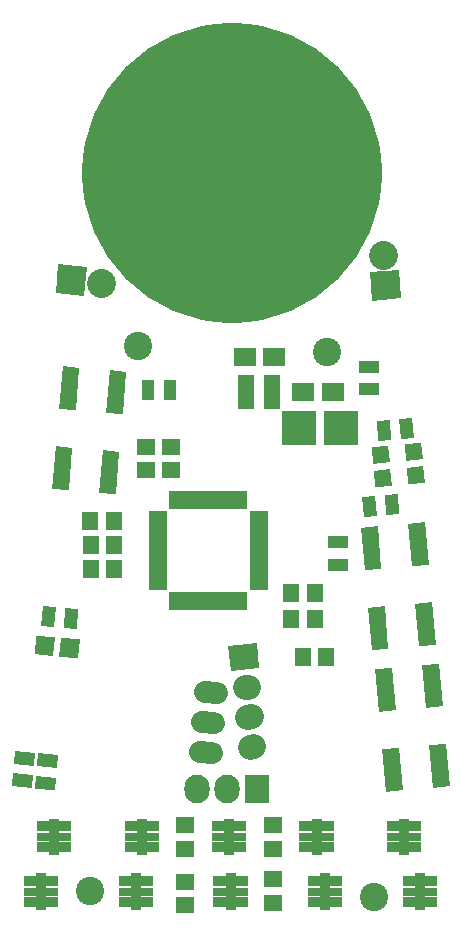
<source format=gts>
G04 #@! TF.FileFunction,Soldermask,Top*
%FSLAX46Y46*%
G04 Gerber Fmt 4.6, Leading zero omitted, Abs format (unit mm)*
G04 Created by KiCad (PCBNEW 4.0.2-stable) date Thursday, February 23, 2017 'PMt' 11:52:06 PM*
%MOMM*%
G01*
G04 APERTURE LIST*
%ADD10C,0.100000*%
%ADD11R,1.650000X1.400000*%
%ADD12C,1.901140*%
%ADD13C,2.400000*%
%ADD14R,1.400000X1.650000*%
%ADD15R,1.900000X1.650000*%
%ADD16C,2.432000*%
%ADD17R,2.900000X2.900000*%
%ADD18C,2.127200*%
%ADD19R,1.100000X1.700000*%
%ADD20R,1.700000X1.100000*%
%ADD21R,1.600000X1.000000*%
%ADD22R,1.000000X1.600000*%
%ADD23R,1.460000X1.050000*%
%ADD24R,2.127200X2.432000*%
%ADD25O,2.127200X2.432000*%
%ADD26C,25.400000*%
%ADD27R,1.200000X0.900000*%
%ADD28R,1.200000X0.700000*%
%ADD29R,0.900000X1.400000*%
%ADD30R,0.900000X1.880000*%
G04 APERTURE END LIST*
D10*
D11*
X79850000Y-105200000D03*
X79850000Y-103200000D03*
D12*
X83497211Y-126573835D02*
X82502789Y-126486835D01*
X83275835Y-129104170D02*
X82281413Y-129017170D01*
X83718587Y-124043500D02*
X82724165Y-123956500D01*
D13*
X93004133Y-95187141D03*
X97039880Y-141315937D03*
D14*
X93000000Y-121000000D03*
X91000000Y-121000000D03*
X75000000Y-109500000D03*
X73000000Y-109500000D03*
X75050000Y-113600000D03*
X73050000Y-113600000D03*
D11*
X77750000Y-105200000D03*
X77750000Y-103200000D03*
D14*
X75050000Y-111500000D03*
X73050000Y-111500000D03*
D15*
X93550000Y-98600000D03*
X91050000Y-98600000D03*
X86100000Y-95600000D03*
X88600000Y-95600000D03*
D10*
G36*
X68293179Y-120798879D02*
X68432531Y-119206083D01*
X70025327Y-119345435D01*
X69885975Y-120938231D01*
X68293179Y-120798879D01*
X68293179Y-120798879D01*
G37*
G36*
X70383235Y-120981735D02*
X70522587Y-119388939D01*
X72115383Y-119528291D01*
X71976031Y-121121087D01*
X70383235Y-120981735D01*
X70383235Y-120981735D01*
G37*
G36*
X101026110Y-102883897D02*
X101148128Y-104278569D01*
X99753456Y-104400587D01*
X99631438Y-103005915D01*
X101026110Y-102883897D01*
X101026110Y-102883897D01*
G37*
G36*
X98236764Y-103127933D02*
X98358782Y-104522605D01*
X96964110Y-104644623D01*
X96842092Y-103249951D01*
X98236764Y-103127933D01*
X98236764Y-103127933D01*
G37*
G36*
X97138422Y-106637013D02*
X97016404Y-105242341D01*
X98411076Y-105120323D01*
X98533094Y-106514995D01*
X97138422Y-106637013D01*
X97138422Y-106637013D01*
G37*
G36*
X99927768Y-106392977D02*
X99805750Y-104998305D01*
X101200422Y-104876287D01*
X101322440Y-106270959D01*
X99927768Y-106392977D01*
X99927768Y-106392977D01*
G37*
G36*
X70082646Y-90205391D02*
X70294609Y-87782646D01*
X72717354Y-87994609D01*
X72505391Y-90417354D01*
X70082646Y-90205391D01*
X70082646Y-90205391D01*
G37*
D16*
X73930335Y-89321376D02*
X73930335Y-89321376D01*
D17*
X94200000Y-101600000D03*
X90700000Y-101600000D03*
D10*
G36*
X87118674Y-119834466D02*
X87304072Y-121953571D01*
X84881326Y-122165534D01*
X84695928Y-120046429D01*
X87118674Y-119834466D01*
X87118674Y-119834466D01*
G37*
D18*
X86373196Y-123517052D02*
X86069556Y-123543618D01*
X86594571Y-126047386D02*
X86290931Y-126073952D01*
X86815947Y-128577721D02*
X86512307Y-128604287D01*
D10*
G36*
X96894609Y-90857354D02*
X96682646Y-88434609D01*
X99105391Y-88222646D01*
X99317354Y-90645391D01*
X96894609Y-90857354D01*
X96894609Y-90857354D01*
G37*
D16*
X97778624Y-87009665D02*
X97778624Y-87009665D01*
D10*
G36*
X99020210Y-107222501D02*
X99168374Y-108916032D01*
X98072560Y-109011903D01*
X97924396Y-107318372D01*
X99020210Y-107222501D01*
X99020210Y-107222501D01*
G37*
G36*
X97127440Y-107388097D02*
X97275604Y-109081628D01*
X96179790Y-109177499D01*
X96031626Y-107483968D01*
X97127440Y-107388097D01*
X97127440Y-107388097D01*
G37*
D19*
X77850000Y-98400000D03*
X79750000Y-98400000D03*
D10*
G36*
X68855016Y-118375183D02*
X69003180Y-116681652D01*
X70098994Y-116777523D01*
X69950830Y-118471054D01*
X68855016Y-118375183D01*
X68855016Y-118375183D01*
G37*
G36*
X70747786Y-118540779D02*
X70895950Y-116847248D01*
X71991764Y-116943119D01*
X71843600Y-118636650D01*
X70747786Y-118540779D01*
X70747786Y-118540779D01*
G37*
G36*
X100241009Y-100794372D02*
X100389173Y-102487903D01*
X99293359Y-102583774D01*
X99145195Y-100890243D01*
X100241009Y-100794372D01*
X100241009Y-100794372D01*
G37*
G36*
X98348239Y-100959968D02*
X98496403Y-102653499D01*
X97400589Y-102749370D01*
X97252425Y-101055839D01*
X98348239Y-100959968D01*
X98348239Y-100959968D01*
G37*
D20*
X96600000Y-98350000D03*
X96600000Y-96450000D03*
D21*
X78750000Y-109200000D03*
X78750000Y-110000000D03*
X78750000Y-110800000D03*
X78750000Y-111600000D03*
X78750000Y-112400000D03*
X78750000Y-113200000D03*
X78750000Y-114000000D03*
X78750000Y-114800000D03*
D22*
X80200000Y-116250000D03*
X81000000Y-116250000D03*
X81800000Y-116250000D03*
X82600000Y-116250000D03*
X83400000Y-116250000D03*
X84200000Y-116250000D03*
X85000000Y-116250000D03*
X85800000Y-116250000D03*
D21*
X87250000Y-114800000D03*
X87250000Y-114000000D03*
X87250000Y-113200000D03*
X87250000Y-112400000D03*
X87250000Y-111600000D03*
X87250000Y-110800000D03*
X87250000Y-110000000D03*
X87250000Y-109200000D03*
D22*
X85800000Y-107750000D03*
X85000000Y-107750000D03*
X84200000Y-107750000D03*
X83400000Y-107750000D03*
X82600000Y-107750000D03*
X81800000Y-107750000D03*
X81000000Y-107750000D03*
X80200000Y-107750000D03*
D23*
X88400000Y-99550000D03*
X88400000Y-98600000D03*
X88400000Y-97650000D03*
X86200000Y-97650000D03*
X86200000Y-99550000D03*
X86200000Y-98600000D03*
D24*
X87080000Y-132200000D03*
D25*
X84540000Y-132200000D03*
X82000000Y-132200000D03*
D14*
X90000000Y-115600000D03*
X92000000Y-115600000D03*
X90000000Y-117800000D03*
X92000000Y-117800000D03*
D11*
X81000000Y-140050000D03*
X81000000Y-142050000D03*
X88500000Y-139850000D03*
X88500000Y-141850000D03*
X81000000Y-137250000D03*
X81000000Y-135250000D03*
D20*
X94000000Y-111300000D03*
X94000000Y-113200000D03*
D13*
X73000000Y-140812859D03*
X77035747Y-94684063D03*
D26*
X85000000Y-80000000D03*
D10*
G36*
X70033234Y-132314759D02*
X68339703Y-132166595D01*
X68435574Y-131070781D01*
X70129105Y-131218945D01*
X70033234Y-132314759D01*
X70033234Y-132314759D01*
G37*
G36*
X70198830Y-130421989D02*
X68505299Y-130273825D01*
X68601170Y-129178011D01*
X70294701Y-129326175D01*
X70198830Y-130421989D01*
X70198830Y-130421989D01*
G37*
G36*
X68033234Y-132114759D02*
X66339703Y-131966595D01*
X66435574Y-130870781D01*
X68129105Y-131018945D01*
X68033234Y-132114759D01*
X68033234Y-132114759D01*
G37*
G36*
X68198830Y-130221989D02*
X66505299Y-130073825D01*
X66601170Y-128978011D01*
X68294701Y-129126175D01*
X68198830Y-130221989D01*
X68198830Y-130221989D01*
G37*
G36*
X101723221Y-128493359D02*
X103117894Y-128371341D01*
X103431655Y-131957641D01*
X102036982Y-132079659D01*
X101723221Y-128493359D01*
X101723221Y-128493359D01*
G37*
G36*
X101130562Y-121719236D02*
X102525235Y-121597218D01*
X102838996Y-125183518D01*
X101444323Y-125305536D01*
X101130562Y-121719236D01*
X101130562Y-121719236D01*
G37*
G36*
X97145783Y-122067859D02*
X98540456Y-121945841D01*
X98854217Y-125532141D01*
X97459544Y-125654159D01*
X97145783Y-122067859D01*
X97145783Y-122067859D01*
G37*
G36*
X97738442Y-128841982D02*
X99133115Y-128719964D01*
X99446876Y-132306264D01*
X98052203Y-132428282D01*
X97738442Y-128841982D01*
X97738442Y-128841982D01*
G37*
G36*
X97654217Y-113532141D02*
X96259544Y-113654159D01*
X95945783Y-110067859D01*
X97340456Y-109945841D01*
X97654217Y-113532141D01*
X97654217Y-113532141D01*
G37*
G36*
X98246876Y-120306264D02*
X96852203Y-120428282D01*
X96538442Y-116841982D01*
X97933115Y-116719964D01*
X98246876Y-120306264D01*
X98246876Y-120306264D01*
G37*
G36*
X102231655Y-119957641D02*
X100836982Y-120079659D01*
X100523221Y-116493359D01*
X101917894Y-116371341D01*
X102231655Y-119957641D01*
X102231655Y-119957641D01*
G37*
G36*
X101638996Y-113183518D02*
X100244323Y-113305536D01*
X99930562Y-109719236D01*
X101325235Y-109597218D01*
X101638996Y-113183518D01*
X101638996Y-113183518D01*
G37*
G36*
X74066885Y-103519964D02*
X75461558Y-103641982D01*
X75147797Y-107228282D01*
X73753124Y-107106264D01*
X74066885Y-103519964D01*
X74066885Y-103519964D01*
G37*
G36*
X74659544Y-96745841D02*
X76054217Y-96867859D01*
X75740456Y-100454159D01*
X74345783Y-100332141D01*
X74659544Y-96745841D01*
X74659544Y-96745841D01*
G37*
G36*
X70674765Y-96397218D02*
X72069438Y-96519236D01*
X71755677Y-100105536D01*
X70361004Y-99983518D01*
X70674765Y-96397218D01*
X70674765Y-96397218D01*
G37*
G36*
X70082106Y-103171341D02*
X71476779Y-103293359D01*
X71163018Y-106879659D01*
X69768345Y-106757641D01*
X70082106Y-103171341D01*
X70082106Y-103171341D01*
G37*
D27*
X83901110Y-137130000D03*
D28*
X83901110Y-136230000D03*
X85601110Y-136230000D03*
D27*
X83901110Y-135330000D03*
X85601110Y-135330000D03*
X85601110Y-137130000D03*
D29*
X84751110Y-137130000D03*
D30*
X84751110Y-135640000D03*
D27*
X69650000Y-140000000D03*
D28*
X69650000Y-140900000D03*
X67950000Y-140900000D03*
D27*
X69650000Y-141800000D03*
X67950000Y-141800000D03*
X67950000Y-140000000D03*
D29*
X68800000Y-140000000D03*
D30*
X68800000Y-141490000D03*
D27*
X98712220Y-137130000D03*
D28*
X98712220Y-136230000D03*
X100412220Y-136230000D03*
D27*
X98712220Y-135330000D03*
X100412220Y-135330000D03*
X100412220Y-137130000D03*
D29*
X99562220Y-137130000D03*
D30*
X99562220Y-135640000D03*
D27*
X77687500Y-140000000D03*
D28*
X77687500Y-140900000D03*
X75987500Y-140900000D03*
D27*
X77687500Y-141800000D03*
X75987500Y-141800000D03*
X75987500Y-140000000D03*
D29*
X76837500Y-140000000D03*
D30*
X76837500Y-141490000D03*
D27*
X91306665Y-137130000D03*
D28*
X91306665Y-136230000D03*
X93006665Y-136230000D03*
D27*
X91306665Y-135330000D03*
X93006665Y-135330000D03*
X93006665Y-137130000D03*
D29*
X92156665Y-137130000D03*
D30*
X92156665Y-135640000D03*
D27*
X85725000Y-140000000D03*
D28*
X85725000Y-140900000D03*
X84025000Y-140900000D03*
D27*
X85725000Y-141800000D03*
X84025000Y-141800000D03*
X84025000Y-140000000D03*
D29*
X84875000Y-140000000D03*
D30*
X84875000Y-141490000D03*
D27*
X93762500Y-140000000D03*
D28*
X93762500Y-140900000D03*
X92062500Y-140900000D03*
D27*
X93762500Y-141800000D03*
X92062500Y-141800000D03*
X92062500Y-140000000D03*
D29*
X92912500Y-140000000D03*
D30*
X92912500Y-141490000D03*
D27*
X76495555Y-137130000D03*
D28*
X76495555Y-136230000D03*
X78195555Y-136230000D03*
D27*
X76495555Y-135330000D03*
X78195555Y-135330000D03*
X78195555Y-137130000D03*
D29*
X77345555Y-137130000D03*
D30*
X77345555Y-135640000D03*
D27*
X101800000Y-140000000D03*
D28*
X101800000Y-140900000D03*
X100100000Y-140900000D03*
D27*
X101800000Y-141800000D03*
X100100000Y-141800000D03*
X100100000Y-140000000D03*
D29*
X100950000Y-140000000D03*
D30*
X100950000Y-141490000D03*
D27*
X69090000Y-137130000D03*
D28*
X69090000Y-136230000D03*
X70790000Y-136230000D03*
D27*
X69090000Y-135330000D03*
X70790000Y-135330000D03*
X70790000Y-137130000D03*
D29*
X69940000Y-137130000D03*
D30*
X69940000Y-135640000D03*
D11*
X88500000Y-137250000D03*
X88500000Y-135250000D03*
M02*

</source>
